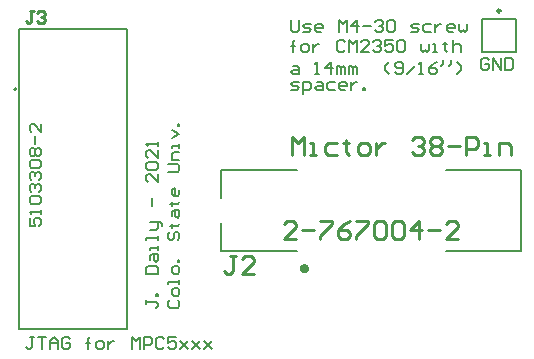
<source format=gto>
G04*
G04 #@! TF.GenerationSoftware,Altium Limited,Altium Designer,21.6.4 (81)*
G04*
G04 Layer_Color=65535*
%FSLAX25Y25*%
%MOIN*%
G70*
G04*
G04 #@! TF.SameCoordinates,82D07BB3-39A6-4B9F-A2C0-6B90CFECE1EA*
G04*
G04*
G04 #@! TF.FilePolarity,Positive*
G04*
G01*
G75*
%ADD10C,0.00984*%
%ADD11C,0.00787*%
%ADD12C,0.01575*%
%ADD13C,0.00500*%
%ADD14C,0.00800*%
%ADD15C,0.01000*%
D10*
X84118Y81079D02*
G03*
X84118Y81079I-492J0D01*
G01*
D11*
X-77280Y54996D02*
G03*
X-77280Y54996I-394J0D01*
G01*
X78114Y67496D02*
Y78520D01*
Y67496D02*
X89138D01*
Y78520D01*
X78114D02*
X89138D01*
D12*
X19563Y-4831D02*
G03*
X19563Y-4831I-787J0D01*
G01*
D13*
X-76374Y-24992D02*
X-40374D01*
Y75008D01*
X-76374D02*
X-40374D01*
X-76374Y-24992D02*
Y75008D01*
X91000Y898D02*
Y28102D01*
X65803Y898D02*
X91000D01*
X-9000Y28102D02*
X16197D01*
X-9000Y898D02*
X16197D01*
X65803Y28102D02*
X91000D01*
X-9000Y18614D02*
Y28102D01*
Y898D02*
Y10386D01*
X-34204Y-15326D02*
Y-16659D01*
Y-15993D01*
X-30872D01*
X-30205Y-16659D01*
Y-17326D01*
X-30872Y-17992D01*
X-30205Y-13993D02*
X-30872D01*
Y-13327D01*
X-30205D01*
Y-13993D01*
X-34204Y-6662D02*
X-30205D01*
Y-4663D01*
X-30872Y-3997D01*
X-33538D01*
X-34204Y-4663D01*
Y-6662D01*
X-32871Y-1997D02*
Y-664D01*
X-32205Y2D01*
X-30205D01*
Y-1997D01*
X-30872Y-2664D01*
X-31538Y-1997D01*
Y2D01*
X-30205Y1335D02*
Y2668D01*
Y2001D01*
X-32871D01*
Y1335D01*
X-30205Y4667D02*
Y6000D01*
Y5334D01*
X-34204D01*
Y4667D01*
X-32871Y7999D02*
X-30872D01*
X-30205Y8666D01*
Y10665D01*
X-29539D01*
X-28872Y9999D01*
Y9332D01*
X-30205Y10665D02*
X-32871D01*
X-32205Y15997D02*
Y18663D01*
X-30205Y26660D02*
Y23994D01*
X-32871Y26660D01*
X-33538D01*
X-34204Y25994D01*
Y24661D01*
X-33538Y23994D01*
Y27993D02*
X-34204Y28659D01*
Y29992D01*
X-33538Y30659D01*
X-30872D01*
X-30205Y29992D01*
Y28659D01*
X-30872Y27993D01*
X-33538D01*
X-30205Y34657D02*
Y31992D01*
X-32871Y34657D01*
X-33538D01*
X-34204Y33991D01*
Y32658D01*
X-33538Y31992D01*
X-30205Y35991D02*
Y37323D01*
Y36657D01*
X-34204D01*
X-33538Y35991D01*
X-26206Y-15326D02*
X-26873Y-15993D01*
Y-17326D01*
X-26206Y-17992D01*
X-23540D01*
X-22874Y-17326D01*
Y-15993D01*
X-23540Y-15326D01*
X-22874Y-13327D02*
Y-11994D01*
X-23540Y-11328D01*
X-24873D01*
X-25540Y-11994D01*
Y-13327D01*
X-24873Y-13993D01*
X-23540D01*
X-22874Y-13327D01*
Y-9995D02*
Y-8662D01*
Y-9328D01*
X-26873D01*
Y-9995D01*
X-22874Y-5996D02*
Y-4663D01*
X-23540Y-3997D01*
X-24873D01*
X-25540Y-4663D01*
Y-5996D01*
X-24873Y-6662D01*
X-23540D01*
X-22874Y-5996D01*
Y-2664D02*
X-23540D01*
Y-1997D01*
X-22874D01*
Y-2664D01*
X-26206Y7333D02*
X-26873Y6667D01*
Y5334D01*
X-26206Y4667D01*
X-25540D01*
X-24873Y5334D01*
Y6667D01*
X-24207Y7333D01*
X-23540D01*
X-22874Y6667D01*
Y5334D01*
X-23540Y4667D01*
X-26206Y9332D02*
X-25540D01*
Y8666D01*
Y9999D01*
Y9332D01*
X-23540D01*
X-22874Y9999D01*
X-25540Y12665D02*
Y13998D01*
X-24873Y14664D01*
X-22874D01*
Y12665D01*
X-23540Y11998D01*
X-24207Y12665D01*
Y14664D01*
X-26206Y16663D02*
X-25540D01*
Y15997D01*
Y17330D01*
Y16663D01*
X-23540D01*
X-22874Y17330D01*
Y21328D02*
Y19996D01*
X-23540Y19329D01*
X-24873D01*
X-25540Y19996D01*
Y21328D01*
X-24873Y21995D01*
X-24207D01*
Y19329D01*
X-26873Y27327D02*
X-23540D01*
X-22874Y27993D01*
Y29326D01*
X-23540Y29992D01*
X-26873D01*
X-22874Y31325D02*
X-25540D01*
Y33325D01*
X-24873Y33991D01*
X-22874D01*
Y35324D02*
Y36657D01*
Y35991D01*
X-25540D01*
Y35324D01*
Y38656D02*
X-22874Y39989D01*
X-25540Y41322D01*
X-22874Y42655D02*
X-23540D01*
Y43321D01*
X-22874D01*
Y42655D01*
X80292Y64840D02*
X79625Y65507D01*
X78292D01*
X77626Y64840D01*
Y62174D01*
X78292Y61508D01*
X79625D01*
X80292Y62174D01*
Y63507D01*
X78959D01*
X81625Y61508D02*
Y65507D01*
X84290Y61508D01*
Y65507D01*
X85623D02*
Y61508D01*
X87623D01*
X88289Y62174D01*
Y64840D01*
X87623Y65507D01*
X85623D01*
D14*
X14300Y78120D02*
Y74788D01*
X14966Y74122D01*
X16299D01*
X16966Y74788D01*
Y78120D01*
X18299Y74122D02*
X20298D01*
X20965Y74788D01*
X20298Y75455D01*
X18965D01*
X18299Y76121D01*
X18965Y76788D01*
X20965D01*
X24297Y74122D02*
X22964D01*
X22297Y74788D01*
Y76121D01*
X22964Y76788D01*
X24297D01*
X24963Y76121D01*
Y75455D01*
X22297D01*
X30295Y74122D02*
Y78120D01*
X31628Y76788D01*
X32961Y78120D01*
Y74122D01*
X36293D02*
Y78120D01*
X34293Y76121D01*
X36959D01*
X38292D02*
X40958D01*
X42291Y77454D02*
X42957Y78120D01*
X44290D01*
X44957Y77454D01*
Y76788D01*
X44290Y76121D01*
X43624D01*
X44290D01*
X44957Y75455D01*
Y74788D01*
X44290Y74122D01*
X42957D01*
X42291Y74788D01*
X46290Y77454D02*
X46956Y78120D01*
X48289D01*
X48956Y77454D01*
Y74788D01*
X48289Y74122D01*
X46956D01*
X46290Y74788D01*
Y77454D01*
X54287Y74122D02*
X56287D01*
X56953Y74788D01*
X56287Y75455D01*
X54953D01*
X54287Y76121D01*
X54953Y76788D01*
X56953D01*
X60952D02*
X58952D01*
X58286Y76121D01*
Y74788D01*
X58952Y74122D01*
X60952D01*
X62284Y76788D02*
Y74122D01*
Y75455D01*
X62951Y76121D01*
X63617Y76788D01*
X64284D01*
X68283Y74122D02*
X66950D01*
X66283Y74788D01*
Y76121D01*
X66950Y76788D01*
X68283D01*
X68949Y76121D01*
Y75455D01*
X66283D01*
X70282Y76788D02*
Y74788D01*
X70948Y74122D01*
X71615Y74788D01*
X72281Y74122D01*
X72948Y74788D01*
Y76788D01*
X14966Y67403D02*
Y70736D01*
Y69403D01*
X14300D01*
X15633D01*
X14966D01*
Y70736D01*
X15633Y71402D01*
X18299Y67403D02*
X19632D01*
X20298Y68070D01*
Y69403D01*
X19632Y70069D01*
X18299D01*
X17632Y69403D01*
Y68070D01*
X18299Y67403D01*
X21631Y70069D02*
Y67403D01*
Y68736D01*
X22297Y69403D01*
X22964Y70069D01*
X23630D01*
X32294Y70736D02*
X31628Y71402D01*
X30295D01*
X29628Y70736D01*
Y68070D01*
X30295Y67403D01*
X31628D01*
X32294Y68070D01*
X33627Y67403D02*
Y71402D01*
X34960Y70069D01*
X36293Y71402D01*
Y67403D01*
X40292D02*
X37626D01*
X40292Y70069D01*
Y70736D01*
X39625Y71402D01*
X38292D01*
X37626Y70736D01*
X41625D02*
X42291Y71402D01*
X43624D01*
X44290Y70736D01*
Y70069D01*
X43624Y69403D01*
X42957D01*
X43624D01*
X44290Y68736D01*
Y68070D01*
X43624Y67403D01*
X42291D01*
X41625Y68070D01*
X48289Y71402D02*
X45623D01*
Y69403D01*
X46956Y70069D01*
X47623D01*
X48289Y69403D01*
Y68070D01*
X47623Y67403D01*
X46290D01*
X45623Y68070D01*
X49622Y70736D02*
X50288Y71402D01*
X51621D01*
X52288Y70736D01*
Y68070D01*
X51621Y67403D01*
X50288D01*
X49622Y68070D01*
Y70736D01*
X57619Y70069D02*
Y68070D01*
X58286Y67403D01*
X58952Y68070D01*
X59619Y67403D01*
X60285Y68070D01*
Y70069D01*
X61618Y67403D02*
X62951D01*
X62284D01*
Y70069D01*
X61618D01*
X65617Y70736D02*
Y70069D01*
X64950D01*
X66283D01*
X65617D01*
Y68070D01*
X66283Y67403D01*
X68283Y71402D02*
Y67403D01*
Y69403D01*
X68949Y70069D01*
X70282D01*
X70948Y69403D01*
Y67403D01*
X14966Y62684D02*
X16299D01*
X16966Y62018D01*
Y60018D01*
X14966D01*
X14300Y60685D01*
X14966Y61351D01*
X16966D01*
X22297Y60018D02*
X23630D01*
X22964D01*
Y64017D01*
X22297Y63351D01*
X27629Y60018D02*
Y64017D01*
X25630Y62018D01*
X28295D01*
X29628Y60018D02*
Y62684D01*
X30295D01*
X30961Y62018D01*
Y60018D01*
Y62018D01*
X31628Y62684D01*
X32294Y62018D01*
Y60018D01*
X33627D02*
Y62684D01*
X34293D01*
X34960Y62018D01*
Y60018D01*
Y62018D01*
X35626Y62684D01*
X36293Y62018D01*
Y60018D01*
X46956D02*
X45623Y61351D01*
Y62684D01*
X46956Y64017D01*
X48956Y60685D02*
X49622Y60018D01*
X50955D01*
X51621Y60685D01*
Y63351D01*
X50955Y64017D01*
X49622D01*
X48956Y63351D01*
Y62684D01*
X49622Y62018D01*
X51621D01*
X52954Y60018D02*
X55620Y62684D01*
X56953Y60018D02*
X58286D01*
X57619D01*
Y64017D01*
X56953Y63351D01*
X62951Y64017D02*
X61618Y63351D01*
X60285Y62018D01*
Y60685D01*
X60952Y60018D01*
X62284D01*
X62951Y60685D01*
Y61351D01*
X62284Y62018D01*
X60285D01*
X64950Y64684D02*
Y63351D01*
X64284Y62684D01*
X67616Y64684D02*
Y63351D01*
X66950Y62684D01*
X69616Y60018D02*
X70948Y61351D01*
Y62684D01*
X69616Y64017D01*
X14300Y54633D02*
X16299D01*
X16966Y55299D01*
X16299Y55966D01*
X14966D01*
X14300Y56632D01*
X14966Y57299D01*
X16966D01*
X18299Y53300D02*
Y57299D01*
X20298D01*
X20965Y56632D01*
Y55299D01*
X20298Y54633D01*
X18299D01*
X22964Y57299D02*
X24297D01*
X24963Y56632D01*
Y54633D01*
X22964D01*
X22297Y55299D01*
X22964Y55966D01*
X24963D01*
X28962Y57299D02*
X26963D01*
X26296Y56632D01*
Y55299D01*
X26963Y54633D01*
X28962D01*
X32294D02*
X30961D01*
X30295Y55299D01*
Y56632D01*
X30961Y57299D01*
X32294D01*
X32961Y56632D01*
Y55966D01*
X30295D01*
X34293Y57299D02*
Y54633D01*
Y55966D01*
X34960Y56632D01*
X35626Y57299D01*
X36293D01*
X38292Y54633D02*
Y55299D01*
X38959D01*
Y54633D01*
X38292D01*
X-72873Y12179D02*
Y9513D01*
X-70874D01*
X-71540Y10846D01*
Y11513D01*
X-70874Y12179D01*
X-69541D01*
X-68875Y11513D01*
Y10180D01*
X-69541Y9513D01*
X-68875Y13512D02*
Y14845D01*
Y14178D01*
X-72873D01*
X-72207Y13512D01*
Y16844D02*
X-72873Y17511D01*
Y18844D01*
X-72207Y19510D01*
X-69541D01*
X-68875Y18844D01*
Y17511D01*
X-69541Y16844D01*
X-72207D01*
Y20843D02*
X-72873Y21509D01*
Y22842D01*
X-72207Y23509D01*
X-71540D01*
X-70874Y22842D01*
Y22176D01*
Y22842D01*
X-70208Y23509D01*
X-69541D01*
X-68875Y22842D01*
Y21509D01*
X-69541Y20843D01*
X-72207Y24842D02*
X-72873Y25508D01*
Y26841D01*
X-72207Y27507D01*
X-71540D01*
X-70874Y26841D01*
Y26175D01*
Y26841D01*
X-70208Y27507D01*
X-69541D01*
X-68875Y26841D01*
Y25508D01*
X-69541Y24842D01*
X-72207Y28841D02*
X-72873Y29507D01*
Y30840D01*
X-72207Y31506D01*
X-69541D01*
X-68875Y30840D01*
Y29507D01*
X-69541Y28841D01*
X-72207D01*
Y32839D02*
X-72873Y33506D01*
Y34839D01*
X-72207Y35505D01*
X-71540D01*
X-70874Y34839D01*
X-70208Y35505D01*
X-69541D01*
X-68875Y34839D01*
Y33506D01*
X-69541Y32839D01*
X-70208D01*
X-70874Y33506D01*
X-71540Y32839D01*
X-72207D01*
X-70874Y33506D02*
Y34839D01*
Y36838D02*
Y39504D01*
X-68875Y43502D02*
Y40837D01*
X-71540Y43502D01*
X-72207D01*
X-72873Y42836D01*
Y41503D01*
X-72207Y40837D01*
X-71408Y-27693D02*
X-72741D01*
X-72075D01*
Y-31026D01*
X-72741Y-31692D01*
X-73408D01*
X-74074Y-31026D01*
X-70075Y-27693D02*
X-67409D01*
X-68742D01*
Y-31692D01*
X-66077D02*
Y-29026D01*
X-64744Y-27693D01*
X-63411Y-29026D01*
Y-31692D01*
Y-29693D01*
X-66077D01*
X-59412Y-28360D02*
X-60079Y-27693D01*
X-61411D01*
X-62078Y-28360D01*
Y-31026D01*
X-61411Y-31692D01*
X-60079D01*
X-59412Y-31026D01*
Y-29693D01*
X-60745D01*
X-53414Y-31692D02*
Y-28360D01*
Y-29693D01*
X-54080D01*
X-52748D01*
X-53414D01*
Y-28360D01*
X-52748Y-27693D01*
X-50082Y-31692D02*
X-48749D01*
X-48082Y-31026D01*
Y-29693D01*
X-48749Y-29026D01*
X-50082D01*
X-50748Y-29693D01*
Y-31026D01*
X-50082Y-31692D01*
X-46749Y-29026D02*
Y-31692D01*
Y-30359D01*
X-46083Y-29693D01*
X-45417Y-29026D01*
X-44750D01*
X-38752Y-31692D02*
Y-27693D01*
X-37419Y-29026D01*
X-36086Y-27693D01*
Y-31692D01*
X-34753D02*
Y-27693D01*
X-32754D01*
X-32088Y-28360D01*
Y-29693D01*
X-32754Y-30359D01*
X-34753D01*
X-28089Y-28360D02*
X-28755Y-27693D01*
X-30088D01*
X-30755Y-28360D01*
Y-31026D01*
X-30088Y-31692D01*
X-28755D01*
X-28089Y-31026D01*
X-24090Y-27693D02*
X-26756D01*
Y-29693D01*
X-25423Y-29026D01*
X-24757D01*
X-24090Y-29693D01*
Y-31026D01*
X-24757Y-31692D01*
X-26090D01*
X-26756Y-31026D01*
X-22757Y-29026D02*
X-20091Y-31692D01*
X-21424Y-30359D01*
X-20091Y-29026D01*
X-22757Y-31692D01*
X-18758Y-29026D02*
X-16093Y-31692D01*
X-17426Y-30359D01*
X-16093Y-29026D01*
X-18758Y-31692D01*
X-14760Y-29026D02*
X-12094Y-31692D01*
X-13427Y-30359D01*
X-12094Y-29026D01*
X-14760Y-31692D01*
D15*
X-71540Y81007D02*
X-72873D01*
X-72207D01*
Y77675D01*
X-72873Y77008D01*
X-73540D01*
X-74206Y77675D01*
X-70208Y80341D02*
X-69541Y81007D01*
X-68208D01*
X-67542Y80341D01*
Y79674D01*
X-68208Y79008D01*
X-68875D01*
X-68208D01*
X-67542Y78341D01*
Y77675D01*
X-68208Y77008D01*
X-69541D01*
X-70208Y77675D01*
X14500Y33000D02*
Y38998D01*
X16499Y36999D01*
X18499Y38998D01*
Y33000D01*
X20498D02*
X22497D01*
X21498D01*
Y36999D01*
X20498D01*
X29495D02*
X26496D01*
X25496Y35999D01*
Y34000D01*
X26496Y33000D01*
X29495D01*
X32494Y37998D02*
Y36999D01*
X31495D01*
X33494D01*
X32494D01*
Y34000D01*
X33494Y33000D01*
X37493D02*
X39492D01*
X40492Y34000D01*
Y35999D01*
X39492Y36999D01*
X37493D01*
X36493Y35999D01*
Y34000D01*
X37493Y33000D01*
X42491Y36999D02*
Y33000D01*
Y34999D01*
X43491Y35999D01*
X44490Y36999D01*
X45490D01*
X54487Y37998D02*
X55487Y38998D01*
X57486D01*
X58486Y37998D01*
Y36999D01*
X57486Y35999D01*
X56486D01*
X57486D01*
X58486Y34999D01*
Y34000D01*
X57486Y33000D01*
X55487D01*
X54487Y34000D01*
X60485Y37998D02*
X61485Y38998D01*
X63484D01*
X64484Y37998D01*
Y36999D01*
X63484Y35999D01*
X64484Y34999D01*
Y34000D01*
X63484Y33000D01*
X61485D01*
X60485Y34000D01*
Y34999D01*
X61485Y35999D01*
X60485Y36999D01*
Y37998D01*
X61485Y35999D02*
X63484D01*
X66483D02*
X70482D01*
X72481Y33000D02*
Y38998D01*
X75480D01*
X76480Y37998D01*
Y35999D01*
X75480Y34999D01*
X72481D01*
X78479Y33000D02*
X80479D01*
X79479D01*
Y36999D01*
X78479D01*
X83478Y33000D02*
Y36999D01*
X86477D01*
X87476Y35999D01*
Y33000D01*
X16008Y4899D02*
X12009D01*
X16008Y8897D01*
Y9897D01*
X15008Y10897D01*
X13009D01*
X12009Y9897D01*
X18007Y7898D02*
X22006D01*
X24005Y10897D02*
X28004D01*
Y9897D01*
X24005Y5898D01*
Y4899D01*
X34002Y10897D02*
X32003Y9897D01*
X30004Y7898D01*
Y5898D01*
X31003Y4899D01*
X33003D01*
X34002Y5898D01*
Y6898D01*
X33003Y7898D01*
X30004D01*
X36002Y10897D02*
X40000D01*
Y9897D01*
X36002Y5898D01*
Y4899D01*
X42000Y9897D02*
X42999Y10897D01*
X44999D01*
X45998Y9897D01*
Y5898D01*
X44999Y4899D01*
X42999D01*
X42000Y5898D01*
Y9897D01*
X47998D02*
X48997Y10897D01*
X50997D01*
X51996Y9897D01*
Y5898D01*
X50997Y4899D01*
X48997D01*
X47998Y5898D01*
Y9897D01*
X56995Y4899D02*
Y10897D01*
X53996Y7898D01*
X57995D01*
X59994D02*
X63993D01*
X69991Y4899D02*
X65992D01*
X69991Y8897D01*
Y9897D01*
X68991Y10897D01*
X66992D01*
X65992Y9897D01*
X-4000Y-603D02*
X-5999D01*
X-4999D01*
Y-5602D01*
X-5999Y-6601D01*
X-6999D01*
X-7998Y-5602D01*
X1998Y-6601D02*
X-2000D01*
X1998Y-2603D01*
Y-1603D01*
X999Y-603D01*
X-1001D01*
X-2000Y-1603D01*
M02*

</source>
